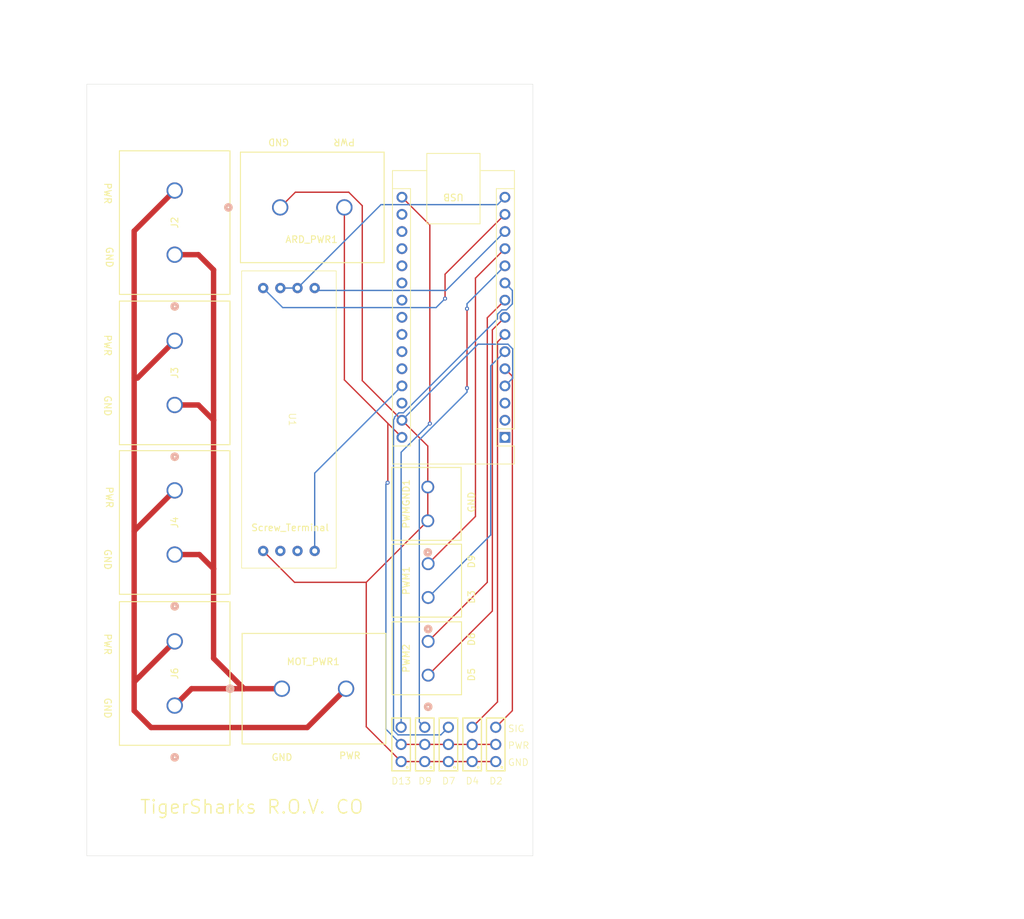
<source format=kicad_pcb>
(kicad_pcb (version 20240108) (generator "pcbnew") (generator_version "8.0")
  (layers (0 "F.Cu" signal) (31 "B.Cu" signal) (34 "B.Paste" user) (35 "F.Paste" user) (36 "B.SilkS" user "B.Silkscreen") (37 "F.SilkS" user "F.Silkscreen") (38 "B.Mask" user) (39 "F.Mask" user) (44 "Edge.Cuts" user))
  (net 0 "")
  (net 1 "Net-(A1-D11)")
  (net 2 "Net-(A1-VIN)")
  (net 4 "Net-(A1-D8)")
  (net 5 "Net-(ARD_PWR1-Pin_1)")
  (net 11 "Net-(A1-D13)")
  (net 12 "Net-(A1-D10)")
  (net 14 "Net-(A1-D12)")
  (net 16 "Net-(A1-D6)")
  (net 17 "Net-(A1-D9)")
  (net 20 "Net-(A1-D4)")
  (net 22 "Net-(A1-D5)")
  (net 24 "Net-(A1-D2)")
  (net 25 "Net-(A1-D7)")
  (net 26 "Net-(A1-D3)")
  (net 29 "Net-(J2-Pin_2)")
  (net 30 "Net-(J2-Pin_1)")
  (net 31 "Net-(A1-+5V)")
  (footprint "myFootprints.pretty-master:Barrier 2x2" (layer "F.Cu") (at 115.5 68.750004 90)
    (property "Reference" "J2" (at 4.749998 0 90) (layer "F.SilkS"))
    (property "Value" "Screw_Terminal_01x02")
    (fp_circle (center -7.657902 0) (end -7.276902 0) (stroke (width 0.508)) (fill none) (layer "B.SilkS"))
    (fp_line (start 15.379898 -8.1788) (end -5.879902 -8.1788) (stroke (width 0.1524)) (layer "F.SilkS"))
    (fp_line (start -5.879902 -8.1788) (end -5.879902 8.1788) (stroke (width 0.1524)) (layer "F.SilkS"))
    (fp_line (start 15.379898 8.1788) (end 15.379898 -8.1788) (stroke (width 0.1524)) (layer "F.SilkS"))
    (fp_line (start -5.879902 8.1788) (end 15.379898 8.1788) (stroke (width 0.1524)) (layer "F.SilkS"))
    (fp_circle (center -7.657902 0) (end -7.276902 0) (stroke (width 0.508)) (fill none) (layer "F.SilkS"))
    (pad "1" thru_hole circle (at 0 0 90) (size 2.413 2.413) (drill 1.905) (layers "*.Cu" "*.Mask") (net 30 "Net-(J2-Pin_1)"))
    (pad "2" thru_hole circle (at 9.499996 0 90) (size 2.413 2.413) (drill 1.905) (layers "*.Cu" "*.Mask") (net 29 "Net-(J2-Pin_2)"))
  )
  (footprint "myFootprints.pretty-master:screw 2x2" (layer "F.Cu") (at 153 119.5 90)
    (property "Reference" "PWM1" (at 2.5 -3.25 90) (layer "F.SilkS"))
    (property "Value" "Screw_Terminal_01x02")
    (fp_circle (center -4.6755 0) (end -4.2945 0) (stroke (width 0.508)) (fill none) (layer "B.SilkS"))
    (fp_line (start 7.8975 -5.327) (end -2.8975 -5.327) (stroke (width 0.1524)) (layer "F.SilkS"))
    (fp_line (start -2.8975 -5.327) (end -2.8975 4.9346) (stroke (width 0.1524)) (layer "F.SilkS"))
    (fp_line (start 7.8975 4.9346) (end 7.8975 -5.327) (stroke (width 0.1524)) (layer "F.SilkS"))
    (fp_line (start -2.8975 4.9346) (end 7.8975 4.9346) (stroke (width 0.1524)) (layer "F.SilkS"))
    (fp_circle (center -4.6755 0) (end -4.2945 0) (stroke (width 0.508)) (fill none) (layer "F.SilkS"))
    (pad "1" thru_hole circle (at 0 0 90) (size 1.905 1.905) (drill 1.397) (layers "*.Cu" "*.Mask") (net 26 "Net-(A1-D3)"))
    (pad "2" thru_hole circle (at 5 0 90) (size 1.905 1.905) (drill 1.397) (layers "*.Cu" "*.Mask") (net 17 "Net-(A1-D9)"))
  )
  (footprint "myFootprints.pretty-master:Barrier 2x2" (layer "F.Cu") (at 131.354902 133)
    (property "Reference" "MOT_PWR1" (at 4.645098 -4 0) (layer "F.SilkS"))
    (property "Value" "Screw_Terminal_01x02")
    (fp_circle (center -7.657902 0) (end -7.276902 0) (stroke (width 0.508)) (fill none) (layer "B.SilkS"))
    (fp_line (start -5.879902 -8.1788) (end -5.879902 8.1788) (stroke (width 0.1524)) (layer "F.SilkS"))
    (fp_line (start -5.879902 8.1788) (end 15.379898 8.1788) (stroke (width 0.1524)) (layer "F.SilkS"))
    (fp_line (start 15.379898 -8.1788) (end -5.879902 -8.1788) (stroke (width 0.1524)) (layer "F.SilkS"))
    (fp_line (start 15.379898 8.1788) (end 15.379898 -8.1788) (stroke (width 0.1524)) (layer "F.SilkS"))
    (fp_circle (center -7.657902 0) (end -7.276902 0) (stroke (width 0.508)) (fill none) (layer "F.SilkS"))
    (pad "1" thru_hole circle (at 0 0) (size 2.413 2.413) (drill 1.905) (layers "*.Cu" "*.Mask") (net 30 "Net-(J2-Pin_1)"))
    (pad "2" thru_hole circle (at 9.499996 0) (size 2.413 2.413) (drill 1.905) (layers "*.Cu" "*.Mask") (net 29 "Net-(J2-Pin_2)"))
  )
  (footprint "MountingHole:MountingHole_3.2mm_M3" (layer "F.Cu") (at 111 49)
    (property "Reference" "REF**" (hide yes))
    (property "Value" "MountingHole_3.2mm_M3")
    (pad "" np_thru_hole circle (at 0 0) (size 3.2 3.2) (drill 3.2) (layers "*.Cu" "*.Mask"))
  )
  (footprint "myFootprints.pretty-master:Barrier 2x2" (layer "F.Cu") (at 115.5 113.145102 90)
    (property "Reference" "J4" (at 4.749998 0 90) (layer "F.SilkS"))
    (property "Value" "Screw_Terminal_01x02")
    (fp_circle (center -7.657902 0) (end -7.276902 0) (stroke (width 0.508)) (fill none) (layer "B.SilkS"))
    (fp_line (start 15.379898 -8.1788) (end -5.879902 -8.1788) (stroke (width 0.1524)) (layer "F.SilkS"))
    (fp_line (start -5.879902 -8.1788) (end -5.879902 8.1788) (stroke (width 0.1524)) (layer "F.SilkS"))
    (fp_line (start 15.379898 8.1788) (end 15.379898 -8.1788) (stroke (width 0.1524)) (layer "F.SilkS"))
    (fp_line (start -5.879902 8.1788) (end 15.379898 8.1788) (stroke (width 0.1524)) (layer "F.SilkS"))
    (fp_circle (center -7.657902 0) (end -7.276902 0) (stroke (width 0.508)) (fill none) (layer "F.SilkS"))
    (pad "1" thru_hole circle (at 0 0 90) (size 2.413 2.413) (drill 1.905) (layers "*.Cu" "*.Mask") (net 30 "Net-(J2-Pin_1)"))
    (pad "2" thru_hole circle (at 9.499996 0 90) (size 2.413 2.413) (drill 1.905) (layers "*.Cu" "*.Mask") (net 29 "Net-(J2-Pin_2)"))
  )
  (footprint "MountingHole:MountingHole_3.2mm_M3" (layer "F.Cu") (at 159.5 152.5)
    (property "Reference" "REF**" (hide yes))
    (property "Value" "MountingHole_3.2mm_M3")
    (pad "" np_thru_hole circle (at 0 0) (size 3.2 3.2) (drill 3.2) (layers "F&B.Cu" "*.Mask"))
  )
  (footprint "Module:Arduino_Nano" (layer "F.Cu") (at 164.36 95.8 180)
    (property "Reference" "A1" (hide yes))
    (property "Value" "Arduino_Nano_v3.x")
    (fp_line (start 16.64 39.5) (end 16.64 -3.94) (stroke (width 0.12)) (layer "F.SilkS"))
    (fp_line (start 16.64 39.5) (end 11.56 39.5) (stroke (width 0.12)) (layer "F.SilkS"))
    (fp_line (start 16.64 -3.94) (end -1.4 -3.94) (stroke (width 0.12)) (layer "F.SilkS"))
    (fp_line (start 13.97 36.83) (end 16.64 36.83) (stroke (width 0.12)) (layer "F.SilkS"))
    (fp_line (start 13.97 -1.27) (end 16.64 -1.27) (stroke (width 0.12)) (layer "F.SilkS"))
    (fp_line (start 13.97 -1.27) (end 13.97 36.83) (stroke (width 0.12)) (layer "F.SilkS"))
    (fp_line (start 11.56 42.04) (end 3.68 42.04) (stroke (width 0.12)) (layer "F.SilkS"))
    (fp_line (start 11.56 31.62) (end 11.56 42.04) (stroke (width 0.12)) (layer "F.SilkS"))
    (fp_line (start 3.68 42.04) (end 3.68 31.62) (stroke (width 0.12)) (layer "F.SilkS"))
    (fp_line (start 3.68 31.62) (end 11.56 31.62) (stroke (width 0.12)) (layer "F.SilkS"))
    (fp_line (start 1.27 36.83) (end -1.4 36.83) (stroke (width 0.12)) (layer "F.SilkS"))
    (fp_line (start 1.27 1.27) (end 1.27 36.83) (stroke (width 0.12)) (layer "F.SilkS"))
    (fp_line (start 1.27 1.27) (end 1.27 -1.27) (stroke (width 0.12)) (layer "F.SilkS"))
    (fp_line (start 1.27 1.27) (end -1.4 1.27) (stroke (width 0.12)) (layer "F.SilkS"))
    (fp_line (start 1.27 -1.27) (end -1.4 -1.27) (stroke (width 0.12)) (layer "F.SilkS"))
    (fp_line (start -1.4 39.5) (end 3.68 39.5) (stroke (width 0.12)) (layer "F.SilkS"))
    (fp_line (start -1.4 1.27) (end -1.4 39.5) (stroke (width 0.12)) (layer "F.SilkS"))
    (fp_line (start -1.4 -3.94) (end -1.4 -1.27) (stroke (width 0.12)) (layer "F.SilkS"))
    (fp_text user "USB" (at 7.62 35.56 180) (layer "F.SilkS"))
    (pad "1" thru_hole rect (at 0 0 180) (size 1.6 1.6) (drill 1) (layers "*.Cu" "*.Mask"))
    (pad "2" thru_hole oval (at 0 2.54 180) (size 1.6 1.6) (drill 1) (layers "*.Cu" "*.Mask"))
    (pad "3" thru_hole oval (at 0 5.08 180) (size 1.6 1.6) (drill 1) (layers "*.Cu" "*.Mask"))
    (pad "4" thru_hole oval (at 0 7.62 180) (size 1.6 1.6) (drill 1) (layers "*.Cu" "*.Mask") (net 5 "Net-(ARD_PWR1-Pin_1)"))
    (pad "5" thru_hole oval (at 0 10.16 180) (size 1.6 1.6) (drill 1) (layers "*.Cu" "*.Mask") (net 24 "Net-(A1-D2)"))
    (pad "6" thru_hole oval (at 0 12.7 180) (size 1.6 1.6) (drill 1) (layers "*.Cu" "*.Mask") (net 26 "Net-(A1-D3)"))
    (pad "7" thru_hole oval (at 0 15.24 180) (size 1.6 1.6) (drill 1) (layers "*.Cu" "*.Mask") (net 20 "Net-(A1-D4)"))
    (pad "8" thru_hole oval (at 0 17.78 180) (size 1.6 1.6) (drill 1) (layers "*.Cu" "*.Mask") (net 22 "Net-(A1-D5)"))
    (pad "9" thru_hole oval (at 0 20.32 180) (size 1.6 1.6) (drill 1) (layers "*.Cu" "*.Mask") (net 16 "Net-(A1-D6)"))
    (pad "10" thru_hole oval (at 0 22.86 180) (size 1.6 1.6) (drill 1) (layers "*.Cu" "*.Mask") (net 25 "Net-(A1-D7)"))
    (pad "11" thru_hole oval (at 0 25.4 180) (size 1.6 1.6) (drill 1) (layers "*.Cu" "*.Mask") (net 4 "Net-(A1-D8)"))
    (pad "12" thru_hole oval (at 0 27.94 180) (size 1.6 1.6) (drill 1) (layers "*.Cu" "*.Mask") (net 17 "Net-(A1-D9)"))
    (pad "13" thru_hole oval (at 0 30.48 180) (size 1.6 1.6) (drill 1) (layers "*.Cu" "*.Mask") (net 12 "Net-(A1-D10)"))
    (pad "14" thru_hole oval (at 0 33.02 180) (size 1.6 1.6) (drill 1) (layers "*.Cu" "*.Mask") (net 1 "Net-(A1-D11)"))
    (pad "15" thru_hole oval (at 0 35.56 180) (size 1.6 1.6) (drill 1) (layers "*.Cu" "*.Mask") (net 14 "Net-(A1-D12)"))
    (pad "16" thru_hole oval (at 15.24 35.56 180) (size 1.6 1.6) (drill 1) (layers "*.Cu" "*.Mask") (net 11 "Net-(A1-D13)"))
    (pad "17" thru_hole oval (at 15.24 33.02 180) (size 1.6 1.6) (drill 1) (layers "*.Cu" "*.Mask"))
    (pad "18" thru_hole oval (at 15.24 30.48 180) (size 1.6 1.6) (drill 1) (layers "*.Cu" "*.Mask"))
    (pad "19" thru_hole oval (at 15.24 27.94 180) (size 1.6 1.6) (drill 1) (layers "*.Cu" "*.Mask"))
    (pad "20" thru_hole oval (at 15.24 25.4 180) (size 1.6 1.6) (drill 1) (layers "*.Cu" "*.Mask"))
    (pad "21" thru_hole oval (at 15.24 22.86 180) (size 1.6 1.6) (drill 1) (layers "*.Cu" "*.Mask"))
    (pad "22" thru_hole oval (at 15.24 20.32 180) (size 1.6 1.6) (drill 1) (layers "*.Cu" "*.Mask"))
    (pad "23" thru_hole oval (at 15.24 17.78 180) (size 1.6 1.6) (drill 1) (layers "*.Cu" "*.Mask"))
    (pad "24" thru_hole oval (at 15.24 15.24 180) (size 1.6 1.6) (drill 1) (layers "*.Cu" "*.Mask"))
    (pad "25" thru_hole oval (at 15.24 12.7 180) (size 1.6 1.6) (drill 1) (layers "*.Cu" "*.Mask"))
    (pad "26" thru_hole oval (at 15.24 10.16 180) (size 1.6 1.6) (drill 1) (layers "*.Cu" "*.Mask"))
    (pad "27" thru_hole oval (at 15.24 7.62 180) (size 1.6 1.6) (drill 1) (layers "*.Cu" "*.Mask") (net 31 "Net-(A1-+5V)"))
    (pad "28" thru_hole oval (at 15.24 5.08 180) (size 1.6 1.6) (drill 1) (layers "*.Cu" "*.Mask"))
    (pad "29" thru_hole oval (at 15.24 2.54 180) (size 1.6 1.6) (drill 1) (layers "*.Cu" "*.Mask") (net 5 "Net-(ARD_PWR1-Pin_1)"))
    (pad "30" thru_hole oval (at 15.24 0 180) (size 1.6 1.6) (drill 1) (layers "*.Cu" "*.Mask") (net 2 "Net-(A1-VIN)"))
  )
  (footprint "myFootprints.pretty-master:3x1_Pin_Header" (layer "F.Cu") (at 149 141.25 90)
    (property "Reference" "J1" (hide yes))
    (property "Value" "Conn_01x03_Pin")
    (fp_line (start 3.91 -1.37) (end 3.91 1.37) (stroke (width 0.2)) (layer "F.SilkS"))
    (fp_line (start -3.91 -1.37) (end 3.91 -1.37) (stroke (width 0.2)) (layer "F.SilkS"))
    (fp_line (start 3.91 1.37) (end -3.91 1.37) (stroke (width 0.2)) (layer "F.SilkS"))
    (fp_line (start -3.91 1.37) (end -3.91 -1.37) (stroke (width 0.2)) (layer "F.SilkS"))
    (fp_circle (center -3.4 0.9) (end -3.3 0.9) (stroke (width 0.2)) (fill none) (layer "F.SilkS"))
    (pad "1" thru_hole circle (at -2.54 0 90) (size 1.65 1.65) (drill 1.1) (layers "*.Cu" "*.Mask") (net 5 "Net-(ARD_PWR1-Pin_1)"))
    (pad "2" thru_hole circle (at 0 0 90) (size 1.65 1.65) (drill 1.1) (layers "*.Cu" "*.Mask") (net 2 "Net-(A1-VIN)"))
    (pad "3" thru_hole circle (at 2.54 0 90) (size 1.65 1.65) (drill 1.1) (layers "*.Cu" "*.Mask") (net 11 "Net-(A1-D13)"))
  )
  (footprint "myFootprints.pretty-master:Barrier 2x2" (layer "F.Cu") (at 115.5 135.5 90)
    (property "Reference" "J6" (at 4.749998 0 90) (layer "F.SilkS"))
    (property "Value" "Screw_Terminal_01x02")
    (fp_circle (center -7.657902 0) (end -7.276902 0) (stroke (width 0.508)) (fill none) (layer "B.SilkS"))
    (fp_line (start 15.379898 -8.1788) (end -5.879902 -8.1788) (stroke (width 0.1524)) (layer "F.SilkS"))
    (fp_line (start -5.879902 -8.1788) (end -5.879902 8.1788) (stroke (width 0.1524)) (layer "F.SilkS"))
    (fp_line (start 15.379898 8.1788) (end 15.379898 -8.1788) (stroke (width 0.1524)) (layer "F.SilkS"))
    (fp_line (start -5.879902 8.1788) (end 15.379898 8.1788) (stroke (width 0.1524)) (layer "F.SilkS"))
    (fp_circle (center -7.657902 0) (end -7.276902 0) (stroke (width 0.508)) (fill none) (layer "F.SilkS"))
    (pad "1" thru_hole circle (at 0 0 90) (size 2.413 2.413) (drill 1.905) (layers "*.Cu" "*.Mask") (net 30 "Net-(J2-Pin_1)"))
    (pad "2" thru_hole circle (at 9.499996 0 90) (size 2.413 2.413) (drill 1.905) (layers "*.Cu" "*.Mask") (net 29 "Net-(J2-Pin_2)"))
  )
  (footprint "myFootprints.pretty-master:3x1_Pin_Header" (layer "F.Cu") (at 159.51 141.25 90)
    (property "Reference" "J8" (hide yes))
    (property "Value" "Conn_01x03_Pin")
    (fp_line (start 3.91 -1.37) (end 3.91 1.37) (stroke (width 0.2)) (layer "F.SilkS"))
    (fp_line (start -3.91 -1.37) (end 3.91 -1.37) (stroke (width 0.2)) (layer "F.SilkS"))
    (fp_line (start 3.91 1.37) (end -3.91 1.37) (stroke (width 0.2)) (layer "F.SilkS"))
    (fp_line (start -3.91 1.37) (end -3.91 -1.37) (stroke (width 0.2)) (layer "F.SilkS"))
    (fp_circle (center -3.4 0.9) (end -3.3 0.9) (stroke (width 0.2)) (fill none) (layer "F.SilkS"))
    (pad "1" thru_hole circle (at -2.54 0 90) (size 1.65 1.65) (drill 1.1) (layers "*.Cu" "*.Mask") (net 5 "Net-(ARD_PWR1-Pin_1)"))
    (pad "2" thru_hole circle (at 0 0 90) (size 1.65 1.65) (drill 1.1) (layers "*.Cu" "*.Mask") (net 2 "Net-(A1-VIN)"))
    (pad "3" thru_hole circle (at 2.54 0 90) (size 1.65 1.65) (drill 1.1) (layers "*.Cu" "*.Mask") (net 20 "Net-(A1-D4)"))
  )
  (footprint "myFootprints.pretty-master:RS485_Board" (layer "F.Cu") (at 139.4 115.15 -90)
    (property "Reference" "U1" (at -22 6.5 -90) (layer "F.SilkS") (effects (font (thickness 0.1))))
    (property "Value" "~")
    (fp_rect (start -44 0) (end 0 14) (stroke (width 0.1)) (fill none) (layer "F.SilkS"))
    (pad "A" thru_hole circle (at -2.54 8.27 270) (size 1.524 1.524) (drill 0.762) (layers "*.Cu" "*.Mask"))
    (pad "B" thru_hole circle (at -2.54 5.73 270) (size 1.524 1.524) (drill 0.762) (layers "*.Cu" "*.Mask"))
    (pad "DE" thru_hole circle (at -41.46 8.27 270) (size 1.524 1.524) (drill 0.762) (layers "*.Cu" "*.Mask") (net 14 "Net-(A1-D12)"))
    (pad "DI" thru_hole circle (at -41.46 10.81 270) (size 1.524 1.524) (drill 0.762) (layers "*.Cu" "*.Mask") (net 1 "Net-(A1-D11)"))
    (pad "GND" thru_hole circle (at -2.54 10.81 270) (size 1.524 1.524) (drill 0.762) (layers "*.Cu" "*.Mask") (net 5 "Net-(ARD_PWR1-Pin_1)"))
    (pad "RE" thru_hole circle (at -41.46 5.73 270) (size 1.524 1.524) (drill 0.762) (layers "*.Cu" "*.Mask") (net 14 "Net-(A1-D12)"))
    (pad "RO" thru_hole circle (at -41.46 3.19 270) (size 1.524 1.524) (drill 0.762) (layers "*.Cu" "*.Mask") (net 12 "Net-(A1-D10)"))
    (pad "VCC" thru_hole circle (at -2.54 3.19 270) (size 1.524 1.524) (drill 0.762) (layers "*.Cu" "*.Mask") (net 31 "Net-(A1-+5V)"))
  )
  (footprint "myFootprints.pretty-master:Barrier 2x2" (layer "F.Cu") (at 131.104902 61.75)
    (property "Reference" "ARD_PWR1" (at 4.645098 4.75 0) (layer "F.SilkS"))
    (property "Value" "Screw_Terminal_01x02")
    (fp_circle (center -7.657902 0) (end -7.276902 0) (stroke (width 0.508)) (fill none) (layer "B.SilkS"))
    (fp_line (start -5.879902 -8.1788) (end -5.879902 8.1788) (stroke (width 0.1524)) (layer "F.SilkS"))
    (fp_line (start -5.879902 8.1788) (end 15.379898 8.1788) (stroke (width 0.1524)) (layer "F.SilkS"))
    (fp_line (start 15.379898 -8.1788) (end -5.879902 -8.1788) (stroke (width 0.1524)) (layer "F.SilkS"))
    (fp_line (start 15.379898 8.1788) (end 15.379898 -8.1788) (stroke (width 0.1524)) (layer "F.SilkS"))
    (fp_circle (center -7.657902 0) (end -7.276902 0) (stroke (width 0.508)) (fill none) (layer "F.SilkS"))
    (pad "1" thru_hole circle (at 0 0) (size 2.413 2.413) (drill 1.905) (layers "*.Cu" "*.Mask") (net 5 "Net-(ARD_PWR1-Pin_1)"))
    (pad "2" thru_hole circle (at 9.499996 0) (size 2.413 2.413) (drill 1.905) (layers "*.Cu" "*.Mask") (net 2 "Net-(A1-VIN)"))
  )
  (footprint "myFootprints.pretty-master:Barrier 2x2" (layer "F.Cu") (at 115.5 91 90)
    (property "Reference" "J3" (at 4.749998 0 90) (layer "F.SilkS"))
    (property "Value" "Screw_Terminal_01x02")
    (fp_circle (center -7.657902 0) (end -7.276902 0) (stroke (width 0.508)) (fill none) (layer "B.SilkS"))
    (fp_line (start 15.379898 -8.1788) (end -5.879902 -8.1788) (stroke (width 0.1524)) (layer "F.SilkS"))
    (fp_line (start -5.879902 -8.1788) (end -5.879902 8.1788) (stroke (width 0.1524)) (layer "F.SilkS"))
    (fp_line (start 15.379898 8.1788) (end 15.379898 -8.1788) (stroke (width 0.1524)) (layer "F.SilkS"))
    (fp_line (start -5.879902 8.1788) (end 15.379898 8.1788) (stroke (width 0.1524)) (layer "F.SilkS"))
    (fp_circle (center -7.657902 0) (end -7.276902 0) (stroke (width 0.508)) (fill none) (layer "F.SilkS"))
    (pad "1" thru_hole circle (at 0 0 90) (size 2.413 2.413) (drill 1.905) (layers "*.Cu" "*.Mask") (net 30 "Net-(J2-Pin_1)"))
    (pad "2" thru_hole circle (at 9.499996 0 90) (size 2.413 2.413) (drill 1.905) (layers "*.Cu" "*.Mask") (net 29 "Net-(J2-Pin_2)"))
  )
  (footprint "myFootprints.pretty-master:screw 2x2" (layer "F.Cu") (at 153 131 90)
    (property "Reference" "PWM2" (at 2.5 -3.25 90) (layer "F.SilkS"))
    (property "Value" "Screw_Terminal_01x02")
    (fp_circle (center -4.6755 0) (end -4.2945 0) (stroke (width 0.508)) (fill none) (layer "B.SilkS"))
    (fp_line (start 7.8975 -5.327) (end -2.8975 -5.327) (stroke (width 0.1524)) (layer "F.SilkS"))
    (fp_line (start -2.8975 -5.327) (end -2.8975 4.9346) (stroke (width 0.1524)) (layer "F.SilkS"))
    (fp_line (start 7.8975 4.9346) (end 7.8975 -5.327) (stroke (width 0.1524)) (layer "F.SilkS"))
    (fp_line (start -2.8975 4.9346) (end 7.8975 4.9346) (stroke (width 0.1524)) (layer "F.SilkS"))
    (fp_circle (center -4.6755 0) (end -4.2945 0) (stroke (width 0.508)) (fill none) (layer "F.SilkS"))
    (pad "1" thru_hole circle (at 0 0 90) (size 1.905 1.905) (drill 1.397) (layers "*.Cu" "*.Mask") (net 22 "Net-(A1-D5)"))
    (pad "2" thru_hole circle (at 5 0 90) (size 1.905 1.905) (drill 1.397) (layers "*.Cu" "*.Mask") (net 16 "Net-(A1-D6)"))
  )
  (footprint "myFootprints.pretty-master:3x1_Pin_Header" (layer "F.Cu") (at 163 141.25 90)
    (property "Reference" "J9" (hide yes))
    (property "Value" "Conn_01x03_Pin")
    (fp_line (start 3.91 -1.37) (end 3.91 1.37) (stroke (width 0.2)) (layer "F.SilkS"))
    (fp_line (start -3.91 -1.37) (end 3.91 -1.37) (stroke (width 0.2)) (layer "F.SilkS"))
    (fp_line (start 3.91 1.37) (end -3.91 1.37) (stroke (width 0.2)) (layer "F.SilkS"))
    (fp_line (start -3.91 1.37) (end -3.91 -1.37) (stroke (width 0.2)) (layer "F.SilkS"))
    (fp_circle (center -3.4 0.9) (end -3.3 0.9) (stroke (width 0.2)) (fill none) (layer "F.SilkS"))
    (pad "1" thru_hole circle (at -2.54 0 90) (size 1.65 1.65) (drill 1.1) (layers "*.Cu" "*.Mask") (net 5 "Net-(ARD_PWR1-Pin_1)"))
    (pad "2" thru_hole circle (at 0 0 90) (size 1.65 1.65) (drill 1.1) (layers "*.Cu" "*.Mask") (net 2 "Net-(A1-VIN)"))
    (pad "3" thru_hole circle (at 2.54 0 90) (size 1.65 1.65) (drill 1.1) (layers "*.Cu" "*.Mask") (net 24 "Net-(A1-D2)"))
  )
  (footprint "myFootprints.pretty-master:3x1_Pin_Header" (layer "F.Cu") (at 152.5 141.25 90)
    (property "Reference" "J5" (hide yes))
    (property "Value" "Conn_01x03_Pin")
    (fp_line (start 3.91 -1.37) (end 3.91 1.37) (stroke (width 0.2)) (layer "F.SilkS"))
    (fp_line (start -3.91 -1.37) (end 3.91 -1.37) (stroke (width 0.2)) (layer "F.SilkS"))
    (fp_line (start 3.91 1.37) (end -3.91 1.37) (stroke (width 0.2)) (layer "F.SilkS"))
    (fp_line (start -3.91 1.37) (end -3.91 -1.37) (stroke (width 0.2)) (layer "F.SilkS"))
    (fp_circle (center -3.4 0.9) (end -3.3 0.9) (stroke (width 0.2)) (fill none) (layer "F.SilkS"))
    (pad "1" thru_hole circle (at -2.54 0 90) (size 1.65 1.65) (drill 1.1) (layers "*.Cu" "*.Mask") (net 5 "Net-(ARD_PWR1-Pin_1)"))
    (pad "2" thru_hole circle (at 0 0 90) (size 1.65 1.65) (drill 1.1) (layers "*.Cu" "*.Mask") (net 2 "Net-(A1-VIN)"))
    (pad "3" thru_hole circle (at 2.54 0 90) (size 1.65 1.65) (drill 1.1) (layers "*.Cu" "*.Mask") (net 4 "Net-(A1-D8)"))
  )
  (footprint "myFootprints.pretty-master:screw 2x2" (layer "F.Cu") (at 152.9462 108.1451 90)
    (property "Reference" "PWMGND1" (at 2.5 -3.1962 90) (layer "F.SilkS"))
    (property "Value" "Screw_Terminal_01x02")
    (fp_circle (center -4.6755 0) (end -4.2945 0) (stroke (width 0.508)) (fill none) (layer "B.SilkS"))
    (fp_line (start 7.8975 -5.327) (end -2.8975 -5.327) (stroke (width 0.1524)) (layer "F.SilkS"))
    (fp_line (start -2.8975 -5.327) (end -2.8975 4.9346) (stroke (width 0.1524)) (layer "F.SilkS"))
    (fp_line (start 7.8975 4.9346) (end 7.8975 -5.327) (stroke (width 0.1524)) (layer "F.SilkS"))
    (fp_line (start -2.8975 4.9346) (end 7.8975 4.9346) (stroke (width 0.1524)) (layer "F.SilkS"))
    (fp_circle (center -4.6755 0) (end -4.2945 0) (stroke (width 0.508)) (fill none) (layer "F.SilkS"))
    (pad "1" thru_hole circle (at 0 0 90) (size 1.905 1.905) (drill 1.397) (layers "*.Cu" "*.Mask") (net 5 "Net-(ARD_PWR1-Pin_1)"))
    (pad "2" thru_hole circle (at 5 0 90) (size 1.905 1.905) (drill 1.397) (layers "*.Cu" "*.Mask") (net 5 "Net-(ARD_PWR1-Pin_1)"))
  )
  (footprint "myFootprints.pretty-master:3x1_Pin_Header" (layer "F.Cu") (at 156 141.25 90)
    (property "Reference" "J7" (hide yes))
    (property "Value" "Conn_01x03_Pin")
    (fp_line (start 3.91 -1.37) (end 3.91 1.37) (stroke (width 0.2)) (layer "F.SilkS"))
    (fp_line (start -3.91 -1.37) (end 3.91 -1.37) (stroke (width 0.2)) (layer "F.SilkS"))
    (fp_line (start 3.91 1.37) (end -3.91 1.37) (stroke (width 0.2)) (layer "F.SilkS"))
    (fp_line (start -3.91 1.37) (end -3.91 -1.37) (stroke (width 0.2)) (layer "F.SilkS"))
    (fp_circle (center -3.4 0.9) (end -3.3 0.9) (stroke (width 0.2)) (fill none) (layer "F.SilkS"))
    (pad "1" thru_hole circle (at -2.54 0 90) (size 1.65 1.65) (drill 1.1) (layers "*.Cu" "*.Mask") (net 5 "Net-(ARD_PWR1-Pin_1)"))
    (pad "2" thru_hole circle (at 0 0 90) (size 1.65 1.65) (drill 1.1) (layers "*.Cu" "*.Mask") (net 2 "Net-(A1-VIN)"))
    (pad "3" thru_hole circle (at 2.54 0 90) (size 1.65 1.65) (drill 1.1) (layers "*.Cu" "*.Mask") (net 25 "Net-(A1-D7)"))
  )
  (gr_rect (start 102.5 43.5) (end 168.5 157.75) (stroke (width 0.05)) (fill none) (layer "Edge.Cuts"))
  (gr_text "GND" (at 129.75 143.75 0) (layer "F.SilkS") (effects (font (size 1 1)) (justify left bottom)))
  (gr_text "GND" (at 105 112.25 -90) (layer "F.SilkS") (effects (font (size 1 1)) (justify left bottom)))
  (gr_text "GND" (at 164.75 144.5 0) (layer "F.SilkS") (effects (font (size 1 1) (thickness 0.1)) (justify left bottom)))
  (gr_text "PWR" (at 105 58 -90) (layer "F.SilkS") (effects (font (size 1 1)) (justify left bottom)))
  (gr_text "GND" (at 160 107 90) (layer "F.SilkS") (effects (font (size 1 1)) (justify left bottom)))
  (gr_text "PWR" (at 164.75 142 0) (layer "F.SilkS") (effects (font (size 1 1) (thickness 0.1)) (justify left bottom)))
  (gr_text "D9" (at 151.5 147.25 0) (layer "F.SilkS") (effects (font (size 1 1) (thickness 0.1)) (justify left bottom)))
  (gr_text "D2" (at 162 147.25 0) (layer "F.SilkS") (effects (font (size 1 1) (thickness 0.1)) (justify left bottom)))
  (gr_text "D13" (at 147.5 147.25 0) (layer "F.SilkS") (effects (font (size 1 1) (thickness 0.1)) (justify left bottom)))
  (gr_text "PWR" (at 139.75 143.5 0) (layer "F.SilkS") (effects (font (size 1 1)) (justify left bottom)))
  (gr_text "D5" (at 160 132 90) (layer "F.SilkS") (effects (font (size 1 1)) (justify left bottom)))
  (gr_text "D6" (at 160 126.75 90) (layer "F.SilkS") (effects (font (size 1 1)) (justify left bottom)))
  (gr_text "PWR" (at 105.25 103 -90) (layer "F.SilkS") (effects (font (size 1 1)) (justify left bottom)))
  (gr_text "PWR" (at 105 124.75 -90) (layer "F.SilkS") (effects (font (size 1 1)) (justify left bottom)))
  (gr_text "D7" (at 155 147.25 0) (layer "F.SilkS") (effects (font (size 1 1) (thickness 0.1)) (justify left bottom)))
  (gr_text "D3" (at 160 120.5 90) (layer "F.SilkS") (effects (font (size 1 1)) (justify left bottom)))
  (gr_text "GND" (at 105 89.5 -90) (layer "F.SilkS") (effects (font (size 1 1)) (justify left bottom)))
  (gr_text "D9" (at 160 115.25 90) (layer "F.SilkS") (effects (font (size 1 1)) (justify left bottom)))
  (gr_text "D4" (at 158.5 147.25 0) (layer "F.SilkS") (effects (font (size 1 1) (thickness 0.1)) (justify left bottom)))
  (gr_text "TigerSharks R.O.V. CO" (at 110.25 150.5 0) (layer "F.SilkS") (effects (font (size 2 2) (thickness 0.2) (bold yes)) (justify left)))
  (gr_text "Screw_Terminal" (at 126.75 109.75 0) (layer "F.SilkS") (effects (font (size 1 1)) (justify left bottom)))
  (gr_text "SIG" (at 164.75 139.5 0) (layer "F.SilkS") (effects (font (size 1 1) (thickness 0.1)) (justify left bottom)))
  (gr_text "GND" (at 105.25 67.5 -90) (layer "F.SilkS") (effects (font (size 1 1)) (justify left bottom)))
  (gr_text "PWR" (at 105 80.5 -90) (layer "F.SilkS") (effects (font (size 1 1)) (justify left bottom)))
  (gr_text "GND" (at 132.5 51.5 180) (layer "F.SilkS") (effects (font (size 1 1)) (justify left bottom)))
  (gr_text "GND" (at 105 134.25 -90) (layer "F.SilkS") (effects (font (size 1 1)) (justify left bottom)))
  (gr_text "PWR" (at 142.25 51.5 180) (layer "F.SilkS") (effects (font (size 1 1)) (justify left bottom)))
  (segment (start 155.5 71.64) (end 164.36 62.78) (width 0.2) (layer "F.Cu") (net 1))
  (segment (start 155.5 75.25) (end 155.5 71.64) (width 0.2) (layer "F.Cu") (net 1))
  (via (at 155.5 75.25) (size 0.6) (drill 0.3) (layers "F.Cu" "B.Cu") (net 1))
  (segment (start 131.48 76.58) (end 154.17 76.58) (width 0.2) (layer "B.Cu") (net 1))
  (segment (start 154.17 76.58) (end 155.5 75.25) (width 0.2) (layer "B.Cu") (net 1))
  (segment (start 128.59 73.69) (end 131.48 76.58) (width 0.2) (layer "B.Cu") (net 1))
  (segment (start 149 141.25) (end 152.5 141.25) (width 0.2) (layer "F.Cu") (net 2))
  (segment (start 147.035 93.715) (end 149.12 95.8) (width 0.2) (layer "F.Cu") (net 2))
  (segment (start 140.604898 87.284898) (end 147.035 93.715) (width 0.2) (layer "F.Cu") (net 2))
  (segment (start 156 141.25) (end 159.51 141.25) (width 0.2) (layer "F.Cu") (net 2))
  (segment (start 140.604898 61.75) (end 140.604898 87.284898) (width 0.2) (layer "F.Cu") (net 2))
  (segment (start 147.035 93.715) (end 147.035 102.465) (width 0.2) (layer "F.Cu") (net 2))
  (segment (start 147.035 102.465) (end 147 102.5) (width 0.2) (layer "F.Cu") (net 2))
  (segment (start 163 141.25) (end 159.51 141.25) (width 0.2) (layer "F.Cu") (net 2))
  (segment (start 152.5 141.25) (end 156 141.25) (width 0.2) (layer "F.Cu") (net 2))
  (via (at 147 102.5) (size 0.6) (drill 0.3) (layers "F.Cu" "B.Cu") (net 2))
  (segment (start 146.75 102.75) (end 147 102.5) (width 0.2) (layer "B.Cu") (net 2))
  (segment (start 146.75 139) (end 149 141.25) (width 0.2) (layer "B.Cu") (net 2))
  (segment (start 146.75 139) (end 146.75 102.75) (width 0.2) (layer "B.Cu") (net 2))
  (segment (start 158.75 88.5) (end 158.75 76.75) (width 0.2) (layer "F.Cu") (net 4))
  (via (at 158.75 76.75) (size 0.6) (drill 0.3) (layers "F.Cu" "B.Cu") (net 4))
  (via (at 158.75 88.5) (size 0.6) (drill 0.3) (layers "F.Cu" "B.Cu") (net 4))
  (segment (start 158.75 76.01) (end 164.36 70.4) (width 0.2) (layer "B.Cu") (net 4))
  (segment (start 158.75 76.75) (end 158.75 76.01) (width 0.2) (layer "B.Cu") (net 4))
  (segment (start 151.6937 96.154829) (end 151.6937 137.9037) (width 0.2) (layer "B.Cu") (net 4))
  (segment (start 151.6937 137.9037) (end 152.5 138.71) (width 0.2) (layer "B.Cu") (net 4))
  (segment (start 151.6937 96.154829) (end 158.75 89.098529) (width 0.2) (layer "B.Cu") (net 4))
  (segment (start 158.75 89.098529) (end 158.75 88.5) (width 0.2) (layer "B.Cu") (net 4))
  (segment (start 131.104902 61.75) (end 133.354902 59.5) (width 0.2) (layer "F.Cu") (net 5))
  (segment (start 143.8413 138.6313) (end 149 143.79) (width 0.2) (layer "F.Cu") (net 5))
  (segment (start 152.9462 97.0862) (end 149.12 93.26) (width 0.2) (layer "F.Cu") (net 5))
  (segment (start 143.25 87.39) (end 149.12 93.26) (width 0.2) (layer "F.Cu") (net 5))
  (segment (start 143.8413 117.25) (end 152.9462 108.1451) (width 0.2) (layer "F.Cu") (net 5))
  (segment (start 159.51 143.79) (end 156 143.79) (width 0.2) (layer "F.Cu") (net 5))
  (segment (start 141.25 59.5) (end 143.25 61.5) (width 0.2) (layer "F.Cu") (net 5))
  (segment (start 156 143.79) (end 152.5 143.79) (width 0.2) (layer "F.Cu") (net 5))
  (segment (start 133.354902 59.5) (end 141.25 59.5) (width 0.2) (layer "F.Cu") (net 5))
  (segment (start 163 143.79) (end 159.51 143.79) (width 0.2) (layer "F.Cu") (net 5))
  (segment (start 152.9462 108.1451) (end 152.9462 103.1451) (width 0.2) (layer "F.Cu") (net 5))
  (segment (start 143.25 61.5) (end 143.25 87.39) (width 0.2) (layer "F.Cu") (net 5))
  (segment (start 152.5 143.79) (end 149 143.79) (width 0.2) (layer "F.Cu") (net 5))
  (segment (start 128.59 112.61) (end 133.23 117.25) (width 0.2) (layer "F.Cu") (net 5))
  (segment (start 152.9462 103.1451) (end 152.9462 97.0862) (width 0.2) (layer "F.Cu") (net 5))
  (segment (start 143.8413 117.25) (end 143.8413 138.6313) (width 0.2) (layer "F.Cu") (net 5))
  (segment (start 133.23 117.25) (end 143.8413 117.25) (width 0.2) (layer "F.Cu") (net 5))
  (segment (start 149.12 93.26) (end 160.38 82) (width 0.2) (layer "B.Cu") (net 5))
  (segment (start 160.38 82) (end 164.815635 82) (width 0.2) (layer "B.Cu") (net 5))
  (segment (start 164.815635 82) (end 165.5 82.684365) (width 0.2) (layer "B.Cu") (net 5))
  (segment (start 165.5 82.684365) (end 165.5 87.04) (width 0.2) (layer "B.Cu") (net 5))
  (segment (start 165.5 87.04) (end 164.36 88.18) (width 0.2) (layer "B.Cu") (net 5))
  (segment (start 153.25 93.75) (end 153.25 64.37) (width 0.2) (layer "F.Cu") (net 11))
  (segment (start 153.25 64.37) (end 149.12 60.24) (width 0.2) (layer "F.Cu") (net 11))
  (via (at 153.25 93.75) (size 0.6) (drill 0.3) (layers "F.Cu" "B.Cu") (net 11))
  (segment (start 149 98) (end 149 138.71) (width 0.2) (layer "B.Cu") (net 11))
  (segment (start 153.25 93.75) (end 149 98) (width 0.2) (layer "B.Cu") (net 11))
  (segment (start 136.56 74.04) (end 155.64 74.04) (width 0.2) (layer "B.Cu") (net 12))
  (segment (start 155.64 74.04) (end 164.36 65.32) (width 0.2) (layer "B.Cu") (net 12))
  (segment (start 136.21 73.69) (end 136.56 74.04) (width 0.2) (layer "B.Cu") (net 12))
  (segment (start 163.26 61.34) (end 164.36 60.24) (width 0.2) (layer "B.Cu") (net 14))
  (segment (start 146.02 61.34) (end 163.26 61.34) (width 0.2) (layer "B.Cu") (net 14))
  (segment (start 133.67 73.69) (end 146.02 61.34) (width 0.2) (layer "B.Cu") (net 14))
  (segment (start 131.13 73.69) (end 133.67 73.69) (width 0.2) (layer "B.Cu") (net 14))
  (segment (start 153 126) (end 161.75 117.25) (width 0.2) (layer "F.Cu") (net 16))
  (segment (start 161.75 78.09) (end 164.36 75.48) (width 0.2) (layer "F.Cu") (net 16))
  (segment (start 161.75 117.25) (end 161.75 78.09) (width 0.2) (layer "F.Cu") (net 16))
  (segment (start 160 72.22) (end 164.36 67.86) (width 0.2) (layer "F.Cu") (net 17))
  (segment (start 160 107.5) (end 160 72.22) (width 0.2) (layer "F.Cu") (net 17))
  (segment (start 153 114.5) (end 160 107.5) (width 0.2) (layer "F.Cu") (net 17))
  (segment (start 163.26 134.96) (end 159.51 138.71) (width 0.2) (layer "F.Cu") (net 20))
  (segment (start 163.26 81.66) (end 163.26 134.96) (width 0.2) (layer "F.Cu") (net 20))
  (segment (start 163.26 81.66) (end 164.36 80.56) (width 0.2) (layer "F.Cu") (net 20))
  (segment (start 153 131) (end 162.5 121.5) (width 0.2) (layer "F.Cu") (net 22))
  (segment (start 162.5 121.5) (end 162.5 79.88) (width 0.2) (layer "F.Cu") (net 22))
  (segment (start 162.5 79.88) (end 164.36 78.02) (width 0.2) (layer "F.Cu") (net 22))
  (segment (start 165.46 86.74) (end 164.36 85.64) (width 0.2) (layer "F.Cu") (net 24))
  (segment (start 163 138.71) (end 165.46 136.25) (width 0.2) (layer "F.Cu") (net 24))
  (segment (start 165.46 136.25) (end 165.46 86.74) (width 0.2) (layer "F.Cu") (net 24))
  (segment (start 148.02 93) (end 147.875 93.145) (width 0.2) (layer "B.Cu") (net 25))
  (segment (start 164.58 76.92) (end 165.46 76.04) (width 0.2) (layer "B.Cu") (net 25))
  (segment (start 148.664365 92.16) (end 149.34 92.16) (width 0.2) (layer "B.Cu") (net 25))
  (segment (start 148.02 92.804365) (end 148.664365 92.16) (width 0.2) (layer "B.Cu") (net 25))
  (segment (start 149.34 92.16) (end 163.26 78.24) (width 0.2) (layer "B.Cu") (net 25))
  (segment (start 165.46 74.04) (end 164.36 72.94) (width 0.2) (layer "B.Cu") (net 25))
  (segment (start 165.46 76.04) (end 165.46 74.04) (width 0.2) (layer "B.Cu") (net 25))
  (segment (start 163.904365 76.92) (end 164.58 76.92) (width 0.2) (layer "B.Cu") (net 25))
  (segment (start 163.26 77.564365) (end 163.904365 76.92) (width 0.2) (layer "B.Cu") (net 25))
  (segment (start 147.875 139.175991) (end 148.534009 139.835) (width 0.2) (layer "B.Cu") (net 25))
  (segment (start 154.875 139.835) (end 156 138.71) (width 0.2) (layer "B.Cu") (net 25))
  (segment (start 148.534009 139.835) (end 154.875 139.835) (width 0.2) (layer "B.Cu") (net 25))
  (segment (start 147.875 93.145) (end 147.875 139.175991) (width 0.2) (layer "B.Cu") (net 25))
  (segment (start 148.02 92.804365) (end 148.02 93) (width 0.2) (layer "B.Cu") (net 25))
  (segment (start 163.26 78.24) (end 163.26 77.564365) (width 0.2) (layer "B.Cu") (net 25))
  (segment (start 162.25 85.21) (end 162.25 110.25) (width 0.2) (layer "B.Cu") (net 26))
  (segment (start 162.25 110.25) (end 153 119.5) (width 0.2) (layer "B.Cu") (net 26))
  (segment (start 164.36 83.1) (end 162.25 85.21) (width 0.2) (layer "B.Cu") (net 26))
  (segment (start 110.250004 131.25) (end 110.25 131.25) (width 0.8) (layer "F.Cu") (net 29))
  (segment (start 112 138.75) (end 135.104898 138.75) (width 0.8) (layer "F.Cu") (net 29))
  (segment (start 109.5 131.25) (end 109.5 109.75) (width 0.8) (layer "F.Cu") (net 29))
  (segment (start 115.5 81.500004) (end 110.000004 87) (width 0.8) (layer "F.Cu") (net 29))
  (segment (start 109.5 65.250008) (end 115.5 59.250008) (width 0.8) (layer "F.Cu") (net 29))
  (segment (start 115.5 103.645106) (end 109.5 109.645106) (width 0.8) (layer "F.Cu") (net 29))
  (segment (start 109.5 109.75) (end 109.5 87) (width 0.8) (layer "F.Cu") (net 29))
  (segment (start 109.5 132) (end 109.5 131.25) (width 0.8) (layer "F.Cu") (net 29))
  (segment (start 135.104898 138.75) (end 140.854898 133) (width 0.8) (layer "F.Cu") (net 29))
  (segment (start 109.5 132) (end 109.5 136.25) (width 0.8) (layer "F.Cu") (net 29))
  (segment (start 110.25 131.25) (end 109.5 132) (width 0.8) (layer "F.Cu") (net 29))
  (segment (start 109.5 136.25) (end 112 138.75) (width 0.8) (layer "F.Cu") (net 29))
  (segment (start 110.000004 87) (end 109.5 87) (width 0.8) (layer "F.Cu") (net 29))
  (segment (start 115.5 126.000004) (end 110.250004 131.25) (width 0.8) (layer "F.Cu") (net 29))
  (segment (start 109.5 87) (end 109.5 65.250008) (width 0.8) (layer "F.Cu") (net 29))
  (segment (start 109.5 109.645106) (end 109.5 109.75) (width 0.8) (layer "F.Cu") (net 29))
  (segment (start 125.75 133) (end 118 133) (width 0.8) (layer "F.Cu") (net 30))
  (segment (start 125.75 133) (end 121.25 128.5) (width 0.8) (layer "F.Cu") (net 30))
  (segment (start 121.25 71) (end 119.000004 68.750004) (width 0.8) (layer "F.Cu") (net 30))
  (segment (start 119.000004 68.750004) (end 115.5 68.750004) (width 0.8) (layer "F.Cu") (net 30))
  (segment (start 131.354902 133) (end 125.75 133) (width 0.8) (layer "F.Cu") (net 30))
  (segment (start 119.145102 113.145102) (end 121.25 115.25) (width 0.8) (layer "F.Cu") (net 30))
  (segment (start 121.25 115.25) (end 121.25 128.5) (width 0.8) (layer "F.Cu") (net 30))
  (segment (start 115.5 91) (end 119 91) (width 0.8) (layer "F.Cu") (net 30))
  (segment (start 121.25 71) (end 121.25 93.25) (width 0.8) (layer "F.Cu") (net 30))
  (segment (start 121.25 93.25) (end 121.25 115.25) (width 0.8) (layer "F.Cu") (net 30))
  (segment (start 115.5 113.145102) (end 119.145102 113.145102) (width 0.8) (layer "F.Cu") (net 30))
  (segment (start 119 91) (end 121.25 93.25) (width 0.8) (layer "F.Cu") (net 30))
  (segment (start 118 133) (end 115.5 135.5) (width 0.8) (layer "F.Cu") (net 30))
  (segment (start 136.21 101.09) (end 149.12 88.18) (width 0.2) (layer "B.Cu") (net 31))
  (segment (start 136.21 112.61) (end 136.21 101.09) (width 0.2) (layer "B.Cu") (net 31))
)
</source>
